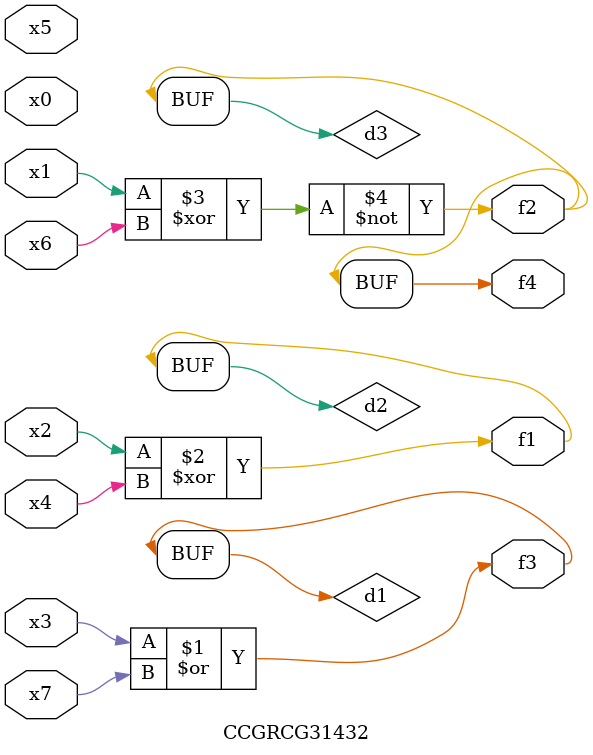
<source format=v>
module CCGRCG31432(
	input x0, x1, x2, x3, x4, x5, x6, x7,
	output f1, f2, f3, f4
);

	wire d1, d2, d3;

	or (d1, x3, x7);
	xor (d2, x2, x4);
	xnor (d3, x1, x6);
	assign f1 = d2;
	assign f2 = d3;
	assign f3 = d1;
	assign f4 = d3;
endmodule

</source>
